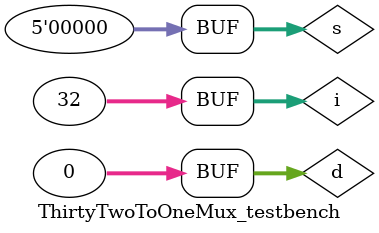
<source format=sv>
`timescale 1ns/10ps

module ThirtyTwoToOneMux(out, s, d);
	output logic out;
	input logic [31:0] d;
	input logic [4:0] s;
	
	logic sixteen0, sixteen1;
	logic and0, and1, notS4;
	
	SixteenToOneMux s0 (sixteen0, s[3:0], d[15:0]);
	SixteenToOneMux s1 (sixteen1, s[3:0], d[31:16]);
	
	not #50 nots4 (notS4, s[4]);
	
	and #50 a0 (and0, notS4, sixteen0);
	and #50 a1 (and1, s[4], sixteen1);
	
	or #50 o1 (out, and0, and1);
		
endmodule

module ThirtyTwoToOneMux_testbench;

	logic out;
	logic [31:0] d;
	
	logic [4:0] s;
	
	integer i;
	initial begin
	s=5'b00000;
	d=32'b00000000000000000000000000000000;
	for (i = 0; i < 32; i++) begin
		d[i] = 1; #800;
		d[i] = 0;
		s++;
	end
	end
	
	ThirtyTwoToOneMux dut (.out, .s, .d);

endmodule
</source>
